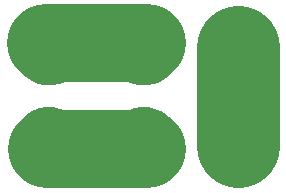
<source format=gbs>
%TF.GenerationSoftware,KiCad,Pcbnew,4.0.5-e0-6337~49~ubuntu16.04.1*%
%TF.CreationDate,2017-05-28T07:48:56-07:00*%
%TF.ProjectId,2x3-Mini-Potentiometer-3361P-SMT,3278332D4D696E692D506F74656E7469,v1.1*%
%TF.FileFunction,Soldermask,Bot*%
%FSLAX46Y46*%
G04 Gerber Fmt 4.6, Leading zero omitted, Abs format (unit mm)*
G04 Created by KiCad (PCBNEW 4.0.5-e0-6337~49~ubuntu16.04.1) date Sun May 28 07:48:56 2017*
%MOMM*%
%LPD*%
G01*
G04 APERTURE LIST*
%ADD10C,0.350000*%
%ADD11C,7.000000*%
%ADD12C,6.600000*%
G04 APERTURE END LIST*
D10*
D11*
X20187920Y-30413080D02*
X20187920Y-38813080D01*
D12*
X12487920Y-39113080D02*
X3987920Y-39113080D01*
X12487920Y-30113080D02*
X3887920Y-30113080D01*
D10*
G36*
X12511030Y-35538927D02*
X13101975Y-35660231D01*
X13658118Y-35894012D01*
X14158254Y-36231358D01*
X14583341Y-36659423D01*
X14917186Y-37161901D01*
X15147076Y-37719656D01*
X15264184Y-38311094D01*
X15264184Y-38311104D01*
X15264251Y-38311443D01*
X15254630Y-39000496D01*
X15254553Y-39000834D01*
X15254553Y-39000842D01*
X15120977Y-39588781D01*
X14875605Y-40139896D01*
X14527857Y-40632858D01*
X14090982Y-41048889D01*
X13581620Y-41372141D01*
X13019174Y-41590299D01*
X12425067Y-41695056D01*
X11821923Y-41682422D01*
X11232720Y-41552877D01*
X10679902Y-41311357D01*
X10184527Y-40967062D01*
X9765457Y-40533103D01*
X9438658Y-40026010D01*
X9216576Y-39465094D01*
X9107675Y-38871738D01*
X9116097Y-38268521D01*
X9241526Y-37678427D01*
X9479179Y-37123938D01*
X9820011Y-36626168D01*
X10251032Y-36204080D01*
X10755833Y-35873748D01*
X11315179Y-35647757D01*
X11907765Y-35534716D01*
X12511030Y-35538927D01*
X12511030Y-35538927D01*
G37*
G36*
X20511030Y-35538927D02*
X21101975Y-35660231D01*
X21658118Y-35894012D01*
X22158254Y-36231358D01*
X22583341Y-36659423D01*
X22917186Y-37161901D01*
X23147076Y-37719656D01*
X23264184Y-38311094D01*
X23264184Y-38311104D01*
X23264251Y-38311443D01*
X23254630Y-39000496D01*
X23254553Y-39000834D01*
X23254553Y-39000842D01*
X23120977Y-39588781D01*
X22875605Y-40139896D01*
X22527857Y-40632858D01*
X22090982Y-41048889D01*
X21581620Y-41372141D01*
X21019174Y-41590299D01*
X20425067Y-41695056D01*
X19821923Y-41682422D01*
X19232720Y-41552877D01*
X18679902Y-41311357D01*
X18184527Y-40967062D01*
X17765457Y-40533103D01*
X17438658Y-40026010D01*
X17216576Y-39465094D01*
X17107675Y-38871738D01*
X17116097Y-38268521D01*
X17241526Y-37678427D01*
X17479179Y-37123938D01*
X17820011Y-36626168D01*
X18251032Y-36204080D01*
X18755833Y-35873748D01*
X19315179Y-35647757D01*
X19907765Y-35534716D01*
X20511030Y-35538927D01*
X20511030Y-35538927D01*
G37*
G36*
X4511030Y-35538927D02*
X5101975Y-35660231D01*
X5658118Y-35894012D01*
X6158254Y-36231358D01*
X6583341Y-36659423D01*
X6917186Y-37161901D01*
X7147076Y-37719656D01*
X7264184Y-38311094D01*
X7264184Y-38311104D01*
X7264251Y-38311443D01*
X7254630Y-39000496D01*
X7254553Y-39000834D01*
X7254553Y-39000842D01*
X7120977Y-39588781D01*
X6875605Y-40139896D01*
X6527857Y-40632858D01*
X6090982Y-41048889D01*
X5581620Y-41372141D01*
X5019174Y-41590299D01*
X4425067Y-41695056D01*
X3821923Y-41682422D01*
X3232720Y-41552877D01*
X2679902Y-41311357D01*
X2184527Y-40967062D01*
X1765457Y-40533103D01*
X1438658Y-40026010D01*
X1216576Y-39465094D01*
X1107675Y-38871738D01*
X1116097Y-38268521D01*
X1241526Y-37678427D01*
X1479179Y-37123938D01*
X1820011Y-36626168D01*
X2251032Y-36204080D01*
X2755833Y-35873748D01*
X3315179Y-35647757D01*
X3907765Y-35534716D01*
X4511030Y-35538927D01*
X4511030Y-35538927D01*
G37*
G36*
X8331940Y-38094257D02*
X8412457Y-38110784D01*
X8488217Y-38142632D01*
X8556357Y-38188593D01*
X8614273Y-38246913D01*
X8659757Y-38315373D01*
X8691077Y-38391362D01*
X8706971Y-38471632D01*
X8706971Y-38471646D01*
X8707038Y-38471985D01*
X8705727Y-38565861D01*
X8705651Y-38566195D01*
X8705651Y-38566208D01*
X8687520Y-38646012D01*
X8654092Y-38721093D01*
X8606714Y-38788254D01*
X8547193Y-38844936D01*
X8477797Y-38888976D01*
X8401170Y-38918697D01*
X8320231Y-38932969D01*
X8238056Y-38931247D01*
X8157783Y-38913599D01*
X8082465Y-38880693D01*
X8014979Y-38833789D01*
X7957884Y-38774666D01*
X7913361Y-38705578D01*
X7883102Y-38629155D01*
X7868267Y-38548322D01*
X7869414Y-38466138D01*
X7886503Y-38385742D01*
X7918880Y-38310199D01*
X7965316Y-38242382D01*
X8024037Y-38184878D01*
X8092813Y-38139873D01*
X8169019Y-38109083D01*
X8249750Y-38093683D01*
X8331940Y-38094257D01*
X8331940Y-38094257D01*
G37*
G36*
X17131940Y-34194257D02*
X17212457Y-34210784D01*
X17288217Y-34242632D01*
X17356357Y-34288593D01*
X17414273Y-34346913D01*
X17459757Y-34415373D01*
X17491077Y-34491362D01*
X17506971Y-34571632D01*
X17506971Y-34571646D01*
X17507038Y-34571985D01*
X17505727Y-34665861D01*
X17505651Y-34666195D01*
X17505651Y-34666208D01*
X17487520Y-34746012D01*
X17454092Y-34821093D01*
X17406714Y-34888254D01*
X17347193Y-34944936D01*
X17277797Y-34988976D01*
X17201170Y-35018697D01*
X17120231Y-35032969D01*
X17038056Y-35031247D01*
X16957783Y-35013599D01*
X16882465Y-34980693D01*
X16814979Y-34933789D01*
X16757884Y-34874666D01*
X16713361Y-34805578D01*
X16683102Y-34729155D01*
X16668267Y-34648322D01*
X16669414Y-34566138D01*
X16686503Y-34485742D01*
X16718880Y-34410199D01*
X16765316Y-34342382D01*
X16824037Y-34284878D01*
X16892813Y-34239873D01*
X16969019Y-34209083D01*
X17049750Y-34193683D01*
X17131940Y-34194257D01*
X17131940Y-34194257D01*
G37*
G36*
X12511030Y-27538927D02*
X13101975Y-27660231D01*
X13658118Y-27894012D01*
X14158254Y-28231358D01*
X14583341Y-28659423D01*
X14917186Y-29161901D01*
X15147076Y-29719656D01*
X15264184Y-30311094D01*
X15264184Y-30311104D01*
X15264251Y-30311443D01*
X15254630Y-31000496D01*
X15254553Y-31000834D01*
X15254553Y-31000842D01*
X15120977Y-31588781D01*
X14875605Y-32139896D01*
X14527857Y-32632858D01*
X14090982Y-33048889D01*
X13581620Y-33372141D01*
X13019174Y-33590299D01*
X12425067Y-33695056D01*
X11821923Y-33682422D01*
X11232720Y-33552877D01*
X10679902Y-33311357D01*
X10184527Y-32967062D01*
X9765457Y-32533103D01*
X9438658Y-32026010D01*
X9216576Y-31465094D01*
X9107675Y-30871738D01*
X9116097Y-30268521D01*
X9241526Y-29678427D01*
X9479179Y-29123938D01*
X9820011Y-28626168D01*
X10251032Y-28204080D01*
X10755833Y-27873748D01*
X11315179Y-27647757D01*
X11907765Y-27534716D01*
X12511030Y-27538927D01*
X12511030Y-27538927D01*
G37*
G36*
X20511030Y-27538927D02*
X21101975Y-27660231D01*
X21658118Y-27894012D01*
X22158254Y-28231358D01*
X22583341Y-28659423D01*
X22917186Y-29161901D01*
X23147076Y-29719656D01*
X23264184Y-30311094D01*
X23264184Y-30311104D01*
X23264251Y-30311443D01*
X23254630Y-31000496D01*
X23254553Y-31000834D01*
X23254553Y-31000842D01*
X23120977Y-31588781D01*
X22875605Y-32139896D01*
X22527857Y-32632858D01*
X22090982Y-33048889D01*
X21581620Y-33372141D01*
X21019174Y-33590299D01*
X20425067Y-33695056D01*
X19821923Y-33682422D01*
X19232720Y-33552877D01*
X18679902Y-33311357D01*
X18184527Y-32967062D01*
X17765457Y-32533103D01*
X17438658Y-32026010D01*
X17216576Y-31465094D01*
X17107675Y-30871738D01*
X17116097Y-30268521D01*
X17241526Y-29678427D01*
X17479179Y-29123938D01*
X17820011Y-28626168D01*
X18251032Y-28204080D01*
X18755833Y-27873748D01*
X19315179Y-27647757D01*
X19907765Y-27534716D01*
X20511030Y-27538927D01*
X20511030Y-27538927D01*
G37*
G36*
X4511030Y-27538927D02*
X5101975Y-27660231D01*
X5658118Y-27894012D01*
X6158254Y-28231358D01*
X6583341Y-28659423D01*
X6917186Y-29161901D01*
X7147076Y-29719656D01*
X7264184Y-30311094D01*
X7264184Y-30311104D01*
X7264251Y-30311443D01*
X7254630Y-31000496D01*
X7254553Y-31000834D01*
X7254553Y-31000842D01*
X7120977Y-31588781D01*
X6875605Y-32139896D01*
X6527857Y-32632858D01*
X6090982Y-33048889D01*
X5581620Y-33372141D01*
X5019174Y-33590299D01*
X4425067Y-33695056D01*
X3821923Y-33682422D01*
X3232720Y-33552877D01*
X2679902Y-33311357D01*
X2184527Y-32967062D01*
X1765457Y-32533103D01*
X1438658Y-32026010D01*
X1216576Y-31465094D01*
X1107675Y-30871738D01*
X1116097Y-30268521D01*
X1241526Y-29678427D01*
X1479179Y-29123938D01*
X1820011Y-28626168D01*
X2251032Y-28204080D01*
X2755833Y-27873748D01*
X3315179Y-27647757D01*
X3907765Y-27534716D01*
X4511030Y-27538927D01*
X4511030Y-27538927D01*
G37*
G36*
X8133940Y-29875757D02*
X8214457Y-29892284D01*
X8290217Y-29924132D01*
X8358357Y-29970093D01*
X8416273Y-30028413D01*
X8461757Y-30096873D01*
X8493077Y-30172862D01*
X8508971Y-30253132D01*
X8508971Y-30253146D01*
X8509038Y-30253485D01*
X8507727Y-30347361D01*
X8507651Y-30347695D01*
X8507651Y-30347708D01*
X8489520Y-30427512D01*
X8456092Y-30502593D01*
X8408714Y-30569754D01*
X8349193Y-30626436D01*
X8279797Y-30670476D01*
X8203170Y-30700197D01*
X8122231Y-30714469D01*
X8040056Y-30712747D01*
X7959783Y-30695099D01*
X7884465Y-30662193D01*
X7816979Y-30615289D01*
X7759884Y-30556166D01*
X7715361Y-30487078D01*
X7685102Y-30410655D01*
X7670267Y-30329822D01*
X7671414Y-30247638D01*
X7688503Y-30167242D01*
X7720880Y-30091699D01*
X7767316Y-30023882D01*
X7826037Y-29966378D01*
X7894813Y-29921373D01*
X7971019Y-29890583D01*
X8051750Y-29875183D01*
X8133940Y-29875757D01*
X8133940Y-29875757D01*
G37*
M02*

</source>
